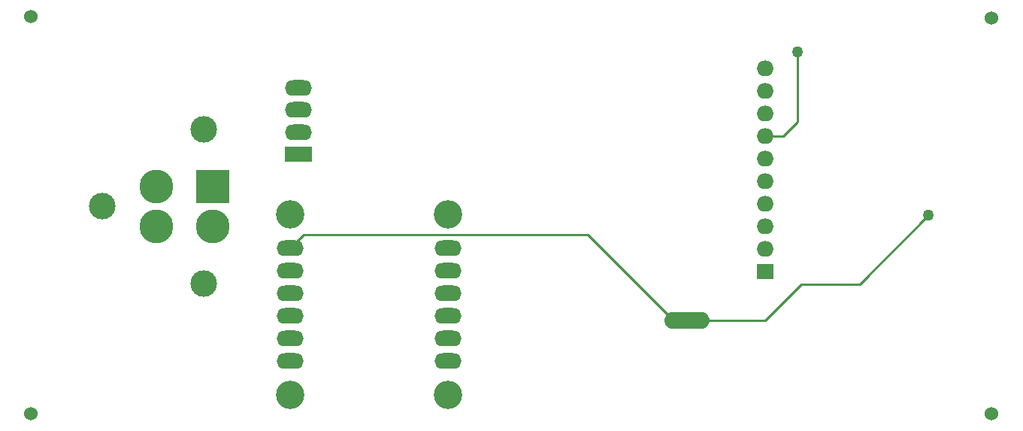
<source format=gbr>
%TF.GenerationSoftware,Altium Limited,Altium Designer,25.1.2 (22)*%
G04 Layer_Physical_Order=1*
G04 Layer_Color=255*
%FSLAX45Y45*%
%MOMM*%
%TF.SameCoordinates,757FA7A9-4291-4AF8-8684-A19F9D108C22*%
%TF.FilePolarity,Positive*%
%TF.FileFunction,Copper,L1,Top,Signal*%
%TF.Part,Single*%
G01*
G75*
%TA.AperFunction,Conductor*%
%ADD10C,0.25400*%
%TA.AperFunction,ComponentPad*%
%ADD11R,1.90500X1.77800*%
%ADD12O,1.90500X1.77800*%
%ADD13O,3.04800X1.77800*%
%ADD14C,3.20000*%
%ADD15O,5.08000X1.90500*%
%ADD16R,3.04800X1.77800*%
%TA.AperFunction,ViaPad*%
%ADD17C,1.52400*%
%TA.AperFunction,ComponentPad*%
%ADD18C,3.81000*%
%ADD19R,3.81000X3.81000*%
%ADD20C,2.99000*%
%TA.AperFunction,ViaPad*%
%ADD21C,1.27000*%
D10*
X11163300Y3644900D02*
X11569700Y4051300D01*
X10287000Y3644900D02*
X11163300D01*
X11569700Y4051300D02*
X12230100D01*
X13004800Y4826000D01*
X11531600Y5880100D02*
Y6667500D01*
X11366500Y5715000D02*
X11531600Y5880100D01*
X11163300Y5715000D02*
X11366500D01*
X9163050Y4610100D02*
X10128250Y3644900D01*
X5816600Y4457700D02*
X5969000Y4610100D01*
X9163050D01*
X10128250Y3644900D02*
X10287000D01*
D11*
X11163300Y4191000D02*
D03*
D12*
Y4445000D02*
D03*
Y4699000D02*
D03*
Y4953000D02*
D03*
Y5207000D02*
D03*
Y5461000D02*
D03*
Y5715000D02*
D03*
Y5969000D02*
D03*
Y6223000D02*
D03*
Y6477000D02*
D03*
D13*
X7594600Y3187700D02*
D03*
Y3441700D02*
D03*
Y3695700D02*
D03*
Y3949700D02*
D03*
Y4203700D02*
D03*
Y4457700D02*
D03*
X5816600Y3187700D02*
D03*
Y3441700D02*
D03*
Y3695700D02*
D03*
Y3949700D02*
D03*
Y4203700D02*
D03*
Y4457700D02*
D03*
X5905500Y5761800D02*
D03*
Y6011800D02*
D03*
Y6261800D02*
D03*
D14*
X5816600Y2806700D02*
D03*
Y4838700D02*
D03*
X7594600Y2806700D02*
D03*
Y4838700D02*
D03*
D15*
X10287000Y3644900D02*
D03*
D16*
X5905500Y5511800D02*
D03*
D17*
X13716000Y2590800D02*
D03*
Y7048500D02*
D03*
X2895600Y7061200D02*
D03*
Y2590800D02*
D03*
D18*
X4940700Y4705100D02*
D03*
X4305700D02*
D03*
Y5150100D02*
D03*
D19*
X4940700D02*
D03*
D20*
X4838700Y4062600D02*
D03*
Y5792600D02*
D03*
X3695700Y4927600D02*
D03*
D21*
X13004800Y4826000D02*
D03*
X11531600Y6667500D02*
D03*
%TF.MD5,0a7debc20713423546b5134390f58fde*%
M02*

</source>
